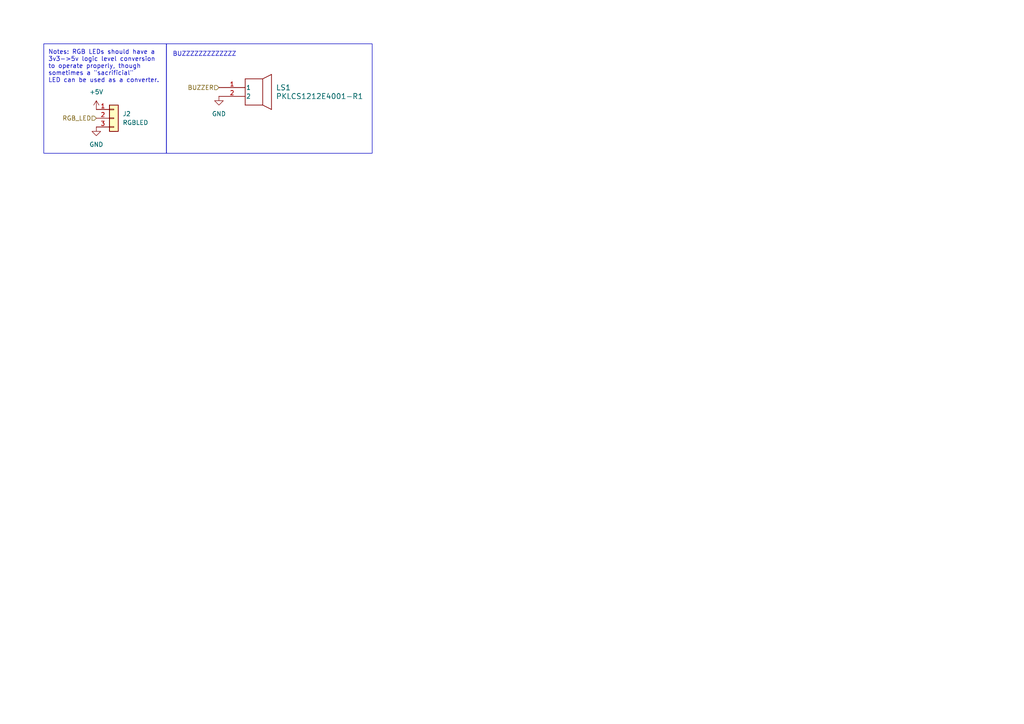
<source format=kicad_sch>
(kicad_sch (version 20230121) (generator eeschema)

  (uuid d142938d-7a55-42a6-9f3d-af0124069ff4)

  (paper "A4")

  (lib_symbols
    (symbol "Connector_Generic:Conn_01x03" (pin_names (offset 1.016) hide) (in_bom yes) (on_board yes)
      (property "Reference" "J" (at 0 5.08 0)
        (effects (font (size 1.27 1.27)))
      )
      (property "Value" "Conn_01x03" (at 0 -5.08 0)
        (effects (font (size 1.27 1.27)))
      )
      (property "Footprint" "" (at 0 0 0)
        (effects (font (size 1.27 1.27)) hide)
      )
      (property "Datasheet" "~" (at 0 0 0)
        (effects (font (size 1.27 1.27)) hide)
      )
      (property "ki_keywords" "connector" (at 0 0 0)
        (effects (font (size 1.27 1.27)) hide)
      )
      (property "ki_description" "Generic connector, single row, 01x03, script generated (kicad-library-utils/schlib/autogen/connector/)" (at 0 0 0)
        (effects (font (size 1.27 1.27)) hide)
      )
      (property "ki_fp_filters" "Connector*:*_1x??_*" (at 0 0 0)
        (effects (font (size 1.27 1.27)) hide)
      )
      (symbol "Conn_01x03_1_1"
        (rectangle (start -1.27 -2.413) (end 0 -2.667)
          (stroke (width 0.1524) (type default))
          (fill (type none))
        )
        (rectangle (start -1.27 0.127) (end 0 -0.127)
          (stroke (width 0.1524) (type default))
          (fill (type none))
        )
        (rectangle (start -1.27 2.667) (end 0 2.413)
          (stroke (width 0.1524) (type default))
          (fill (type none))
        )
        (rectangle (start -1.27 3.81) (end 1.27 -3.81)
          (stroke (width 0.254) (type default))
          (fill (type background))
        )
        (pin passive line (at -5.08 2.54 0) (length 3.81)
          (name "Pin_1" (effects (font (size 1.27 1.27))))
          (number "1" (effects (font (size 1.27 1.27))))
        )
        (pin passive line (at -5.08 0 0) (length 3.81)
          (name "Pin_2" (effects (font (size 1.27 1.27))))
          (number "2" (effects (font (size 1.27 1.27))))
        )
        (pin passive line (at -5.08 -2.54 0) (length 3.81)
          (name "Pin_3" (effects (font (size 1.27 1.27))))
          (number "3" (effects (font (size 1.27 1.27))))
        )
      )
    )
    (symbol "PKLCS1212E4001:PKLCS1212E4001-R1" (pin_names (offset 0.254)) (in_bom yes) (on_board yes)
      (property "Reference" "LS" (at 7.62 7.62 0)
        (effects (font (size 1.524 1.524)))
      )
      (property "Value" "PKLCS1212E4001-R1" (at 20.32 7.62 0)
        (effects (font (size 1.524 1.524)))
      )
      (property "Footprint" "PKLCS_472x472_MUR" (at 0 0 0)
        (effects (font (size 1.27 1.27) italic) hide)
      )
      (property "Datasheet" "PKLCS1212E4001-R1" (at 0 0 0)
        (effects (font (size 1.27 1.27) italic) hide)
      )
      (property "ki_locked" "" (at 0 0 0)
        (effects (font (size 1.27 1.27)))
      )
      (property "ki_keywords" "PKLCS1212E4001-R1" (at 0 0 0)
        (effects (font (size 1.27 1.27)) hide)
      )
      (property "ki_fp_filters" "PKLCS_472x472_MUR PKLCS_472x472_MUR-M PKLCS_472x472_MUR-L" (at 0 0 0)
        (effects (font (size 1.27 1.27)) hide)
      )
      (symbol "PKLCS1212E4001-R1_0_1"
        (polyline
          (pts
            (xy 7.62 -5.08)
            (xy 12.7 -5.08)
          )
          (stroke (width 0.2032) (type default))
          (fill (type none))
        )
        (polyline
          (pts
            (xy 7.62 2.54)
            (xy 7.62 -5.08)
          )
          (stroke (width 0.2032) (type default))
          (fill (type none))
        )
        (polyline
          (pts
            (xy 12.7 -5.08)
            (xy 12.7 2.54)
          )
          (stroke (width 0.2032) (type default))
          (fill (type none))
        )
        (polyline
          (pts
            (xy 12.7 2.54)
            (xy 7.62 2.54)
          )
          (stroke (width 0.2032) (type default))
          (fill (type none))
        )
        (polyline
          (pts
            (xy 12.7 2.54)
            (xy 15.24 3.81)
          )
          (stroke (width 0.2032) (type default))
          (fill (type none))
        )
        (polyline
          (pts
            (xy 15.24 -6.35)
            (xy 12.7 -5.08)
          )
          (stroke (width 0.2032) (type default))
          (fill (type none))
        )
        (polyline
          (pts
            (xy 15.24 3.81)
            (xy 15.24 -6.35)
          )
          (stroke (width 0.2032) (type default))
          (fill (type none))
        )
        (pin passive line (at 0 0 0) (length 7.62)
          (name "1" (effects (font (size 1.27 1.27))))
          (number "1" (effects (font (size 1.27 1.27))))
        )
        (pin passive line (at 0 -2.54 0) (length 7.62)
          (name "2" (effects (font (size 1.27 1.27))))
          (number "2" (effects (font (size 1.27 1.27))))
        )
      )
    )
    (symbol "power:+5V" (power) (pin_names (offset 0)) (in_bom yes) (on_board yes)
      (property "Reference" "#PWR" (at 0 -3.81 0)
        (effects (font (size 1.27 1.27)) hide)
      )
      (property "Value" "+5V" (at 0 3.556 0)
        (effects (font (size 1.27 1.27)))
      )
      (property "Footprint" "" (at 0 0 0)
        (effects (font (size 1.27 1.27)) hide)
      )
      (property "Datasheet" "" (at 0 0 0)
        (effects (font (size 1.27 1.27)) hide)
      )
      (property "ki_keywords" "global power" (at 0 0 0)
        (effects (font (size 1.27 1.27)) hide)
      )
      (property "ki_description" "Power symbol creates a global label with name \"+5V\"" (at 0 0 0)
        (effects (font (size 1.27 1.27)) hide)
      )
      (symbol "+5V_0_1"
        (polyline
          (pts
            (xy -0.762 1.27)
            (xy 0 2.54)
          )
          (stroke (width 0) (type default))
          (fill (type none))
        )
        (polyline
          (pts
            (xy 0 0)
            (xy 0 2.54)
          )
          (stroke (width 0) (type default))
          (fill (type none))
        )
        (polyline
          (pts
            (xy 0 2.54)
            (xy 0.762 1.27)
          )
          (stroke (width 0) (type default))
          (fill (type none))
        )
      )
      (symbol "+5V_1_1"
        (pin power_in line (at 0 0 90) (length 0) hide
          (name "+5V" (effects (font (size 1.27 1.27))))
          (number "1" (effects (font (size 1.27 1.27))))
        )
      )
    )
    (symbol "power:GND" (power) (pin_names (offset 0)) (in_bom yes) (on_board yes)
      (property "Reference" "#PWR" (at 0 -6.35 0)
        (effects (font (size 1.27 1.27)) hide)
      )
      (property "Value" "GND" (at 0 -3.81 0)
        (effects (font (size 1.27 1.27)))
      )
      (property "Footprint" "" (at 0 0 0)
        (effects (font (size 1.27 1.27)) hide)
      )
      (property "Datasheet" "" (at 0 0 0)
        (effects (font (size 1.27 1.27)) hide)
      )
      (property "ki_keywords" "global power" (at 0 0 0)
        (effects (font (size 1.27 1.27)) hide)
      )
      (property "ki_description" "Power symbol creates a global label with name \"GND\" , ground" (at 0 0 0)
        (effects (font (size 1.27 1.27)) hide)
      )
      (symbol "GND_0_1"
        (polyline
          (pts
            (xy 0 0)
            (xy 0 -1.27)
            (xy 1.27 -1.27)
            (xy 0 -2.54)
            (xy -1.27 -1.27)
            (xy 0 -1.27)
          )
          (stroke (width 0) (type default))
          (fill (type none))
        )
      )
      (symbol "GND_1_1"
        (pin power_in line (at 0 0 270) (length 0) hide
          (name "GND" (effects (font (size 1.27 1.27))))
          (number "1" (effects (font (size 1.27 1.27))))
        )
      )
    )
  )


  (rectangle (start 12.7 12.7) (end 48.26 44.45)
    (stroke (width 0) (type default))
    (fill (type none))
    (uuid 421f154d-c90b-48da-a80d-de71cb3f35ca)
  )
  (rectangle (start 48.26 12.7) (end 107.95 44.45)
    (stroke (width 0) (type default))
    (fill (type none))
    (uuid 9e8a3e5a-3fda-4682-9245-60dc3f3a6dd2)
  )

  (text "BUZZZZZZZZZZZZZ" (at 68.58 16.51 0)
    (effects (font (size 1.27 1.27)) (justify right bottom))
    (uuid 60cfb113-222f-4617-a1f5-ec713a898963)
  )
  (text "Notes: RGB LEDs should have a\n3v3->5v logic level conversion\nto operate properly, though\nsometimes a \"sacrificial\"\nLED can be used as a converter."
    (at 13.97 24.13 0)
    (effects (font (size 1.27 1.27)) (justify left bottom))
    (uuid f97225aa-4602-49a3-947c-3e6ba9729dbe)
  )

  (hierarchical_label "BUZZER" (shape input) (at 63.5 25.4 180) (fields_autoplaced)
    (effects (font (size 1.27 1.27)) (justify right))
    (uuid 31138fba-4077-4d8f-9414-0abf0268de7e)
  )
  (hierarchical_label "RGB_LED" (shape input) (at 27.94 34.29 180) (fields_autoplaced)
    (effects (font (size 1.27 1.27)) (justify right))
    (uuid 3a8d1096-d04e-42fa-a70c-eea5417c8959)
  )

  (symbol (lib_id "PKLCS1212E4001:PKLCS1212E4001-R1") (at 63.5 25.4 0) (unit 1)
    (in_bom yes) (on_board yes) (dnp no) (fields_autoplaced)
    (uuid 3d578df5-3156-4762-9dc4-1799e01c5150)
    (property "Reference" "LS1" (at 80.01 25.4 0)
      (effects (font (size 1.524 1.524)) (justify left))
    )
    (property "Value" "PKLCS1212E4001-R1" (at 80.01 27.94 0)
      (effects (font (size 1.524 1.524)) (justify left))
    )
    (property "Footprint" "PKLCS1212:PKLCS_472x472_MUR" (at 63.5 25.4 0)
      (effects (font (size 1.27 1.27) italic) hide)
    )
    (property "Datasheet" "PKLCS1212E4001-R1" (at 63.5 25.4 0)
      (effects (font (size 1.27 1.27) italic) hide)
    )
    (pin "1" (uuid 3b6bce25-61d4-4cfa-9f69-e8aad0a50c6b))
    (pin "2" (uuid b4045b68-3dd7-4f14-a2cd-b43ba0493408))
    (instances
      (project "Pico-Skidi"
        (path "/21865b85-eb74-4d61-a31a-30858d3bc341"
          (reference "LS1") (unit 1)
        )
        (path "/21865b85-eb74-4d61-a31a-30858d3bc341/a918f8c6-b50a-4fb5-8fe4-4f099461944c"
          (reference "LS1") (unit 1)
        )
      )
    )
  )

  (symbol (lib_id "power:GND") (at 63.5 27.94 0) (unit 1)
    (in_bom yes) (on_board yes) (dnp no) (fields_autoplaced)
    (uuid 4269da8c-3289-4aec-9f0a-5ba7dcf9794c)
    (property "Reference" "#PWR037" (at 63.5 34.29 0)
      (effects (font (size 1.27 1.27)) hide)
    )
    (property "Value" "GND" (at 63.5 33.02 0)
      (effects (font (size 1.27 1.27)))
    )
    (property "Footprint" "" (at 63.5 27.94 0)
      (effects (font (size 1.27 1.27)) hide)
    )
    (property "Datasheet" "" (at 63.5 27.94 0)
      (effects (font (size 1.27 1.27)) hide)
    )
    (pin "1" (uuid dcf34d09-0e18-40e8-b129-cc5e9b99360b))
    (instances
      (project "Pico-Skidi"
        (path "/21865b85-eb74-4d61-a31a-30858d3bc341/a918f8c6-b50a-4fb5-8fe4-4f099461944c"
          (reference "#PWR037") (unit 1)
        )
      )
    )
  )

  (symbol (lib_id "power:+5V") (at 27.94 31.75 0) (unit 1)
    (in_bom yes) (on_board yes) (dnp no) (fields_autoplaced)
    (uuid 485a3966-216c-41e0-bd35-9f61ead1dfd4)
    (property "Reference" "#PWR035" (at 27.94 35.56 0)
      (effects (font (size 1.27 1.27)) hide)
    )
    (property "Value" "+5V" (at 27.94 26.67 0)
      (effects (font (size 1.27 1.27)))
    )
    (property "Footprint" "" (at 27.94 31.75 0)
      (effects (font (size 1.27 1.27)) hide)
    )
    (property "Datasheet" "" (at 27.94 31.75 0)
      (effects (font (size 1.27 1.27)) hide)
    )
    (pin "1" (uuid 05936522-a753-4239-9494-1c437333ea0d))
    (instances
      (project "Pico-Skidi"
        (path "/21865b85-eb74-4d61-a31a-30858d3bc341/a918f8c6-b50a-4fb5-8fe4-4f099461944c"
          (reference "#PWR035") (unit 1)
        )
      )
    )
  )

  (symbol (lib_id "power:GND") (at 27.94 36.83 0) (unit 1)
    (in_bom yes) (on_board yes) (dnp no) (fields_autoplaced)
    (uuid 83a2dfee-f7be-477a-a9b0-d906c5171d39)
    (property "Reference" "#PWR05" (at 27.94 43.18 0)
      (effects (font (size 1.27 1.27)) hide)
    )
    (property "Value" "GND" (at 27.94 41.91 0)
      (effects (font (size 1.27 1.27)))
    )
    (property "Footprint" "" (at 27.94 36.83 0)
      (effects (font (size 1.27 1.27)) hide)
    )
    (property "Datasheet" "" (at 27.94 36.83 0)
      (effects (font (size 1.27 1.27)) hide)
    )
    (pin "1" (uuid ae94342f-556c-40f6-b372-3ea7ff0f32db))
    (instances
      (project "Pico-Skidi"
        (path "/21865b85-eb74-4d61-a31a-30858d3bc341"
          (reference "#PWR05") (unit 1)
        )
        (path "/21865b85-eb74-4d61-a31a-30858d3bc341/a918f8c6-b50a-4fb5-8fe4-4f099461944c"
          (reference "#PWR036") (unit 1)
        )
      )
    )
  )

  (symbol (lib_id "Connector_Generic:Conn_01x03") (at 33.02 34.29 0) (unit 1)
    (in_bom yes) (on_board yes) (dnp no) (fields_autoplaced)
    (uuid e6738ea0-0f3c-4812-b6f7-3665ff8b5bba)
    (property "Reference" "J2" (at 35.56 33.02 0)
      (effects (font (size 1.27 1.27)) (justify left))
    )
    (property "Value" "RGBLED" (at 35.56 35.56 0)
      (effects (font (size 1.27 1.27)) (justify left))
    )
    (property "Footprint" "Connector_PinHeader_2.54mm:PinHeader_1x03_P2.54mm_Vertical" (at 33.02 34.29 0)
      (effects (font (size 1.27 1.27)) hide)
    )
    (property "Datasheet" "~" (at 33.02 34.29 0)
      (effects (font (size 1.27 1.27)) hide)
    )
    (pin "1" (uuid 982ed41c-6174-4a2a-92b6-1c2800593ebc))
    (pin "2" (uuid 54b3088b-8d4e-454a-962d-f311761bb6b2))
    (pin "3" (uuid 54fbc414-e9ee-4dcf-b0fc-1c6784d23868))
    (instances
      (project "Pico-Skidi"
        (path "/21865b85-eb74-4d61-a31a-30858d3bc341"
          (reference "J2") (unit 1)
        )
        (path "/21865b85-eb74-4d61-a31a-30858d3bc341/a918f8c6-b50a-4fb5-8fe4-4f099461944c"
          (reference "J7") (unit 1)
        )
      )
    )
  )
)

</source>
